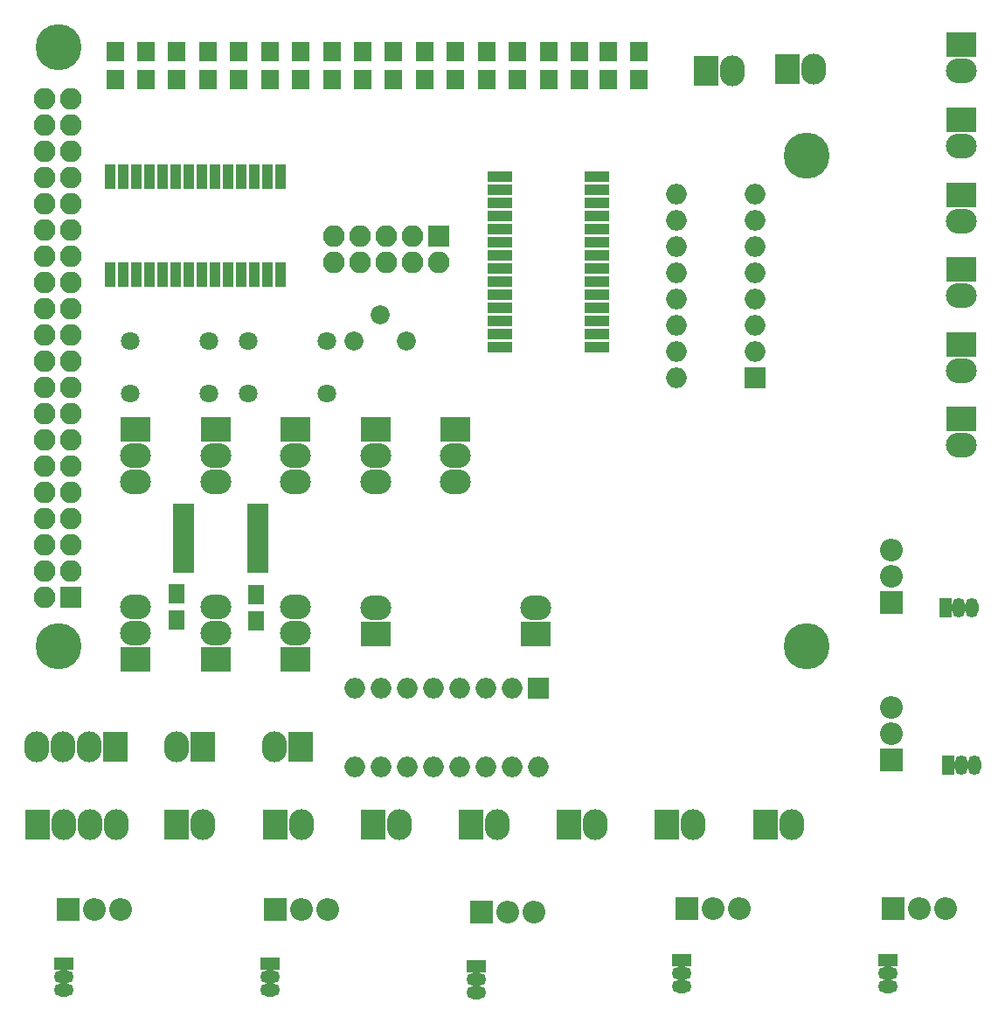
<source format=gbr>
G04 #@! TF.FileFunction,Soldermask,Bot*
%FSLAX46Y46*%
G04 Gerber Fmt 4.6, Leading zero omitted, Abs format (unit mm)*
G04 Created by KiCad (PCBNEW 4.0.7) date 02/18/18 01:44:55*
%MOMM*%
%LPD*%
G01*
G04 APERTURE LIST*
%ADD10C,0.100000*%
%ADD11R,3.000000X2.400000*%
%ADD12O,3.000000X2.400000*%
%ADD13R,2.200000X2.200000*%
%ADD14O,2.200000X2.200000*%
%ADD15C,4.464000*%
%ADD16R,1.700000X1.900000*%
%ADD17R,2.400000X1.000000*%
%ADD18R,2.000000X2.000000*%
%ADD19O,2.000000X2.000000*%
%ADD20R,1.000000X2.400000*%
%ADD21C,1.797000*%
%ADD22R,2.400000X3.000000*%
%ADD23O,2.400000X3.000000*%
%ADD24R,2.100000X2.100000*%
%ADD25O,2.100000X2.100000*%
%ADD26C,1.840000*%
%ADD27O,1.900000X1.300000*%
%ADD28R,1.900000X1.300000*%
%ADD29O,1.300000X1.900000*%
%ADD30R,1.300000X1.900000*%
%ADD31R,1.650000X1.900000*%
%ADD32R,2.150000X0.850000*%
G04 APERTURE END LIST*
D10*
D11*
X67700000Y-90530000D03*
D12*
X67700000Y-87990000D03*
D11*
X59950000Y-70780000D03*
D12*
X59950000Y-73320000D03*
X59950000Y-75860000D03*
D13*
X102325000Y-117155000D03*
D14*
X104865000Y-117155000D03*
X107405000Y-117155000D03*
D13*
X82325000Y-117155000D03*
D14*
X84865000Y-117155000D03*
X87405000Y-117155000D03*
D13*
X102200000Y-102780000D03*
D14*
X102200000Y-100240000D03*
X102200000Y-97700000D03*
D13*
X62450000Y-117530000D03*
D14*
X64990000Y-117530000D03*
X67530000Y-117530000D03*
D13*
X42450000Y-117280000D03*
D14*
X44990000Y-117280000D03*
X47530000Y-117280000D03*
D13*
X22450000Y-117280000D03*
D14*
X24990000Y-117280000D03*
X27530000Y-117280000D03*
D13*
X102200000Y-87530000D03*
D14*
X102200000Y-84990000D03*
X102200000Y-82450000D03*
D15*
X93950000Y-44280000D03*
D16*
X65950000Y-34180000D03*
X65950000Y-36880000D03*
X62950000Y-34180000D03*
X62950000Y-36880000D03*
X59950000Y-34180000D03*
X59950000Y-36880000D03*
D15*
X93950000Y-91780000D03*
D17*
X73650000Y-46275000D03*
X73650000Y-47545000D03*
X73650000Y-48815000D03*
X73650000Y-50085000D03*
X73650000Y-51355000D03*
X73650000Y-52625000D03*
X73650000Y-53895000D03*
X73650000Y-55165000D03*
X73650000Y-56435000D03*
X73650000Y-57705000D03*
X73650000Y-58975000D03*
X73650000Y-60245000D03*
X73650000Y-61515000D03*
X73650000Y-62785000D03*
X64250000Y-62785000D03*
X64250000Y-61515000D03*
X64250000Y-60245000D03*
X64250000Y-58975000D03*
X64250000Y-57705000D03*
X64250000Y-56435000D03*
X64250000Y-55165000D03*
X64250000Y-53895000D03*
X64250000Y-52625000D03*
X64250000Y-51355000D03*
X64250000Y-50085000D03*
X64250000Y-48815000D03*
X64250000Y-47545000D03*
X64250000Y-46275000D03*
D16*
X47950000Y-34180000D03*
X47950000Y-36880000D03*
X50950000Y-34180000D03*
X50950000Y-36880000D03*
X53950000Y-34180000D03*
X53950000Y-36880000D03*
X56950000Y-34180000D03*
X56950000Y-36880000D03*
X68950000Y-34180000D03*
X68950000Y-36880000D03*
X71950000Y-34180000D03*
X71950000Y-36880000D03*
X77700000Y-34180000D03*
X77700000Y-36880000D03*
X74700000Y-34180000D03*
X74700000Y-36880000D03*
D15*
X21450000Y-33780000D03*
D18*
X88950000Y-65780000D03*
D19*
X81330000Y-48000000D03*
X88950000Y-63240000D03*
X81330000Y-50540000D03*
X88950000Y-60700000D03*
X81330000Y-53080000D03*
X88950000Y-58160000D03*
X81330000Y-55620000D03*
X88950000Y-55620000D03*
X81330000Y-58160000D03*
X88950000Y-53080000D03*
X81330000Y-60700000D03*
X88950000Y-50540000D03*
X81330000Y-63240000D03*
X88950000Y-48000000D03*
X81330000Y-65780000D03*
D20*
X42955000Y-55730000D03*
X41685000Y-55730000D03*
X40415000Y-55730000D03*
X39145000Y-55730000D03*
X37875000Y-55730000D03*
X36605000Y-55730000D03*
X35335000Y-55730000D03*
X34065000Y-55730000D03*
X32795000Y-55730000D03*
X31525000Y-55730000D03*
X30255000Y-55730000D03*
X28985000Y-55730000D03*
X27715000Y-55730000D03*
X26445000Y-55730000D03*
X26445000Y-46330000D03*
X27715000Y-46330000D03*
X28985000Y-46330000D03*
X30255000Y-46330000D03*
X31525000Y-46330000D03*
X32795000Y-46330000D03*
X34065000Y-46330000D03*
X35335000Y-46330000D03*
X36605000Y-46330000D03*
X37875000Y-46330000D03*
X39145000Y-46330000D03*
X40415000Y-46330000D03*
X41685000Y-46330000D03*
X42955000Y-46330000D03*
D21*
X39890000Y-67320000D03*
X39890000Y-62240000D03*
X47510000Y-67320000D03*
X47510000Y-62240000D03*
X28390000Y-67320000D03*
X28390000Y-62240000D03*
X36010000Y-67320000D03*
X36010000Y-62240000D03*
D16*
X26950000Y-34180000D03*
X26950000Y-36880000D03*
X29950000Y-34180000D03*
X29950000Y-36880000D03*
X32950000Y-34180000D03*
X32950000Y-36880000D03*
X35950000Y-34180000D03*
X35950000Y-36880000D03*
X38950000Y-34180000D03*
X38950000Y-36880000D03*
X41950000Y-34180000D03*
X41950000Y-36880000D03*
X44950000Y-34180000D03*
X44950000Y-36880000D03*
D11*
X52200000Y-90530000D03*
D12*
X52200000Y-87990000D03*
D22*
X70950000Y-109030000D03*
D23*
X73490000Y-109030000D03*
D22*
X61450000Y-109030000D03*
D23*
X63990000Y-109030000D03*
D22*
X51950000Y-109030000D03*
D23*
X54490000Y-109030000D03*
D22*
X42450000Y-109030000D03*
D23*
X44990000Y-109030000D03*
D22*
X32950000Y-109030000D03*
D23*
X35490000Y-109030000D03*
D11*
X28950000Y-93030000D03*
D12*
X28950000Y-90490000D03*
X28950000Y-87950000D03*
D11*
X36700000Y-93030000D03*
D12*
X36700000Y-90490000D03*
X36700000Y-87950000D03*
D11*
X44450000Y-93030000D03*
D12*
X44450000Y-90490000D03*
X44450000Y-87950000D03*
D22*
X92075000Y-35905000D03*
D23*
X94615000Y-35905000D03*
D11*
X108950000Y-33530000D03*
D12*
X108950000Y-36070000D03*
D11*
X108950000Y-40780000D03*
D12*
X108950000Y-43320000D03*
D11*
X108950000Y-48030000D03*
D12*
X108950000Y-50570000D03*
D11*
X108950000Y-55280000D03*
D12*
X108950000Y-57820000D03*
D11*
X108950000Y-62530000D03*
D12*
X108950000Y-65070000D03*
D11*
X108950000Y-69780000D03*
D12*
X108950000Y-72320000D03*
D22*
X44950000Y-101530000D03*
D23*
X42410000Y-101530000D03*
D22*
X84200000Y-36030000D03*
D23*
X86740000Y-36030000D03*
D24*
X58350000Y-52030000D03*
D25*
X58350000Y-54570000D03*
X55810000Y-52030000D03*
X55810000Y-54570000D03*
X53270000Y-52030000D03*
X53270000Y-54570000D03*
X50730000Y-52030000D03*
X50730000Y-54570000D03*
X48190000Y-52030000D03*
X48190000Y-54570000D03*
D22*
X89950000Y-109030000D03*
D23*
X92490000Y-109030000D03*
D22*
X80450000Y-109030000D03*
D23*
X82990000Y-109030000D03*
D22*
X19450000Y-109030000D03*
D23*
X21990000Y-109030000D03*
X24530000Y-109030000D03*
X27070000Y-109030000D03*
D22*
X26950000Y-101530000D03*
D23*
X24410000Y-101530000D03*
X21870000Y-101530000D03*
X19330000Y-101530000D03*
D26*
X50070000Y-62230000D03*
X52610000Y-59690000D03*
X55150000Y-62230000D03*
D27*
X101825000Y-123425000D03*
X101825000Y-124695000D03*
D28*
X101825000Y-122155000D03*
D27*
X81825000Y-123425000D03*
X81825000Y-124695000D03*
D28*
X81825000Y-122155000D03*
D27*
X61950000Y-124050000D03*
X61950000Y-125320000D03*
D28*
X61950000Y-122780000D03*
D27*
X41950000Y-123800000D03*
X41950000Y-125070000D03*
D28*
X41950000Y-122530000D03*
D27*
X21950000Y-123800000D03*
X21950000Y-125070000D03*
D28*
X21950000Y-122530000D03*
D29*
X108720000Y-88030000D03*
X109990000Y-88030000D03*
D30*
X107450000Y-88030000D03*
D29*
X108970000Y-103280000D03*
X110240000Y-103280000D03*
D30*
X107700000Y-103280000D03*
D24*
X22700000Y-87030000D03*
D25*
X20160000Y-87030000D03*
X22700000Y-84490000D03*
X20160000Y-84490000D03*
X22700000Y-81950000D03*
X20160000Y-81950000D03*
X22700000Y-79410000D03*
X20160000Y-79410000D03*
X22700000Y-76870000D03*
X20160000Y-76870000D03*
X22700000Y-74330000D03*
X20160000Y-74330000D03*
X22700000Y-71790000D03*
X20160000Y-71790000D03*
X22700000Y-69250000D03*
X20160000Y-69250000D03*
X22700000Y-66710000D03*
X20160000Y-66710000D03*
X22700000Y-64170000D03*
X20160000Y-64170000D03*
X22700000Y-61630000D03*
X20160000Y-61630000D03*
X22700000Y-59090000D03*
X20160000Y-59090000D03*
X22700000Y-56550000D03*
X20160000Y-56550000D03*
X22700000Y-54010000D03*
X20160000Y-54010000D03*
X22700000Y-51470000D03*
X20160000Y-51470000D03*
X22700000Y-48930000D03*
X20160000Y-48930000D03*
X22700000Y-46390000D03*
X20160000Y-46390000D03*
X22700000Y-43850000D03*
X20160000Y-43850000D03*
X22700000Y-41310000D03*
X20160000Y-41310000D03*
X22700000Y-38770000D03*
X20160000Y-38770000D03*
D18*
X67950000Y-95780000D03*
D19*
X50170000Y-103400000D03*
X65410000Y-95780000D03*
X52710000Y-103400000D03*
X62870000Y-95780000D03*
X55250000Y-103400000D03*
X60330000Y-95780000D03*
X57790000Y-103400000D03*
X57790000Y-95780000D03*
X60330000Y-103400000D03*
X55250000Y-95780000D03*
X62870000Y-103400000D03*
X52710000Y-95780000D03*
X65410000Y-103400000D03*
X50170000Y-95780000D03*
X67950000Y-103400000D03*
D15*
X21450000Y-91780000D03*
D31*
X32950000Y-89180000D03*
X32950000Y-86680000D03*
X40650000Y-86780000D03*
X40650000Y-89280000D03*
D32*
X33600000Y-84205000D03*
X33600000Y-83555000D03*
X33600000Y-82905000D03*
X33600000Y-82255000D03*
X33600000Y-81605000D03*
X33600000Y-80955000D03*
X33600000Y-80305000D03*
X33600000Y-79655000D03*
X33600000Y-79005000D03*
X33600000Y-78355000D03*
X40800000Y-78355000D03*
X40800000Y-79005000D03*
X40800000Y-79655000D03*
X40800000Y-80305000D03*
X40800000Y-80955000D03*
X40800000Y-81605000D03*
X40800000Y-82255000D03*
X40800000Y-82905000D03*
X40800000Y-83555000D03*
X40800000Y-84205000D03*
D22*
X35450000Y-101530000D03*
D23*
X32910000Y-101530000D03*
D11*
X28950000Y-70780000D03*
D12*
X28950000Y-73320000D03*
X28950000Y-75860000D03*
D11*
X36700000Y-70780000D03*
D12*
X36700000Y-73320000D03*
X36700000Y-75860000D03*
D11*
X44450000Y-70780000D03*
D12*
X44450000Y-73320000D03*
X44450000Y-75860000D03*
D11*
X52200000Y-70780000D03*
D12*
X52200000Y-73320000D03*
X52200000Y-75860000D03*
M02*

</source>
